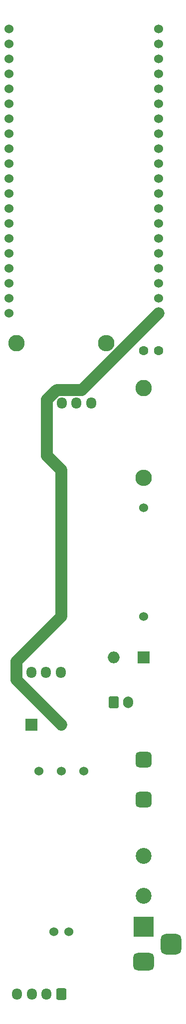
<source format=gbl>
%TF.GenerationSoftware,KiCad,Pcbnew,7.0.11-2.fc39*%
%TF.CreationDate,2024-04-23T12:03:01+00:00*%
%TF.ProjectId,Smart Prusa MK4 enclosure,536d6172-7420-4507-9275-7361204d4b34,1.2*%
%TF.SameCoordinates,Original*%
%TF.FileFunction,Copper,L2,Bot*%
%TF.FilePolarity,Positive*%
%FSLAX46Y46*%
G04 Gerber Fmt 4.6, Leading zero omitted, Abs format (unit mm)*
G04 Created by KiCad (PCBNEW 7.0.11-2.fc39) date 2024-04-23 12:03:01*
%MOMM*%
%LPD*%
G01*
G04 APERTURE LIST*
G04 Aperture macros list*
%AMRoundRect*
0 Rectangle with rounded corners*
0 $1 Rounding radius*
0 $2 $3 $4 $5 $6 $7 $8 $9 X,Y pos of 4 corners*
0 Add a 4 corners polygon primitive as box body*
4,1,4,$2,$3,$4,$5,$6,$7,$8,$9,$2,$3,0*
0 Add four circle primitives for the rounded corners*
1,1,$1+$1,$2,$3*
1,1,$1+$1,$4,$5*
1,1,$1+$1,$6,$7*
1,1,$1+$1,$8,$9*
0 Add four rect primitives between the rounded corners*
20,1,$1+$1,$2,$3,$4,$5,0*
20,1,$1+$1,$4,$5,$6,$7,0*
20,1,$1+$1,$6,$7,$8,$9,0*
20,1,$1+$1,$8,$9,$2,$3,0*%
G04 Aperture macros list end*
%TA.AperFunction,ComponentPad*%
%ADD10C,2.800000*%
%TD*%
%TA.AperFunction,ComponentPad*%
%ADD11O,2.800000X2.800000*%
%TD*%
%TA.AperFunction,ComponentPad*%
%ADD12RoundRect,0.250000X-0.600000X-0.725000X0.600000X-0.725000X0.600000X0.725000X-0.600000X0.725000X0*%
%TD*%
%TA.AperFunction,ComponentPad*%
%ADD13O,1.700000X1.950000*%
%TD*%
%TA.AperFunction,ComponentPad*%
%ADD14RoundRect,0.675000X-0.675000X0.675000X-0.675000X-0.675000X0.675000X-0.675000X0.675000X0.675000X0*%
%TD*%
%TA.AperFunction,ComponentPad*%
%ADD15C,2.700000*%
%TD*%
%TA.AperFunction,ComponentPad*%
%ADD16C,1.524000*%
%TD*%
%TA.AperFunction,ComponentPad*%
%ADD17R,3.500000X3.500000*%
%TD*%
%TA.AperFunction,ComponentPad*%
%ADD18RoundRect,0.750000X1.000000X-0.750000X1.000000X0.750000X-1.000000X0.750000X-1.000000X-0.750000X0*%
%TD*%
%TA.AperFunction,ComponentPad*%
%ADD19RoundRect,0.875000X0.875000X-0.875000X0.875000X0.875000X-0.875000X0.875000X-0.875000X-0.875000X0*%
%TD*%
%TA.AperFunction,ComponentPad*%
%ADD20O,2.000000X2.000000*%
%TD*%
%TA.AperFunction,ComponentPad*%
%ADD21R,2.000000X2.000000*%
%TD*%
%TA.AperFunction,ComponentPad*%
%ADD22RoundRect,0.250000X0.600000X0.725000X-0.600000X0.725000X-0.600000X-0.725000X0.600000X-0.725000X0*%
%TD*%
%TA.AperFunction,ComponentPad*%
%ADD23RoundRect,0.250000X-0.600000X-0.750000X0.600000X-0.750000X0.600000X0.750000X-0.600000X0.750000X0*%
%TD*%
%TA.AperFunction,ComponentPad*%
%ADD24O,1.700000X2.000000*%
%TD*%
%TA.AperFunction,ComponentPad*%
%ADD25C,1.600000*%
%TD*%
%TA.AperFunction,Conductor*%
%ADD26C,2.000000*%
%TD*%
G04 APERTURE END LIST*
D10*
%TO.P,R2,1*%
%TO.N,fan_pwm_filtered*%
X48260000Y-83820000D03*
D11*
%TO.P,R2,2*%
%TO.N,fan_pwm*%
X48260000Y-99060000D03*
%TD*%
D12*
%TO.P,SENSOCKET1,1*%
%TO.N,GND*%
X31870000Y-86360000D03*
D13*
%TO.P,SENSOCKET1,2*%
%TO.N,+3.3V*%
X34370000Y-86360000D03*
%TO.P,SENSOCKET1,3*%
%TO.N,Net-(U1-GPIO40{slash}MTDO)*%
X36870000Y-86360000D03*
%TO.P,SENSOCKET1,4*%
%TO.N,Net-(U1-GPIO39{slash}MTCK)*%
X39370000Y-86360000D03*
%TD*%
D14*
%TO.P,F1,1*%
%TO.N,+24V*%
X48260000Y-146910000D03*
X48260000Y-153670000D03*
D15*
%TO.P,F1,2*%
%TO.N,Net-(F1-Pad2)*%
X48260000Y-163260000D03*
X48260000Y-170020000D03*
%TD*%
D16*
%TO.P,MOSLED1,5,GND*%
%TO.N,GND*%
X33020000Y-176160000D03*
%TO.P,MOSLED1,4,PWM*%
%TO.N,Net-(MOSLED1-PWM)*%
X35560000Y-176160000D03*
%TO.P,MOSLED1,3,-*%
%TO.N,GND*%
X30480000Y-148860000D03*
%TO.P,MOSLED1,2,LOAD*%
%TO.N,VDD*%
X34290000Y-148860000D03*
%TO.P,MOSLED1,1,+*%
%TO.N,+24V*%
X38100000Y-148860000D03*
%TD*%
D17*
%TO.P,J1,1*%
%TO.N,Net-(F1-Pad2)*%
X48260000Y-175260000D03*
D18*
%TO.P,J1,2*%
%TO.N,GND*%
X48260000Y-181260000D03*
D19*
%TO.P,J1,3*%
%TO.N,N/C*%
X52960000Y-178260000D03*
%TD*%
D12*
%TO.P,FANSOCKET1,1*%
%TO.N,GND*%
X26710000Y-132080000D03*
D13*
%TO.P,FANSOCKET1,2*%
%TO.N,+24V*%
X29210000Y-132080000D03*
%TO.P,FANSOCKET1,3*%
%TO.N,pulse_counter*%
X31710000Y-132080000D03*
%TO.P,FANSOCKET1,4*%
%TO.N,fan_pwm*%
X34210000Y-132080000D03*
%TD*%
D20*
%TO.P,S1,2,A*%
%TO.N,VDD*%
X43180000Y-129540000D03*
D21*
%TO.P,S1,1,K*%
%TO.N,+24V*%
X48260000Y-129540000D03*
%TD*%
D10*
%TO.P,R1,1*%
%TO.N,pulse_counter*%
X26670000Y-76200000D03*
D11*
%TO.P,R1,2*%
%TO.N,+3.3V*%
X41910000Y-76200000D03*
%TD*%
D22*
%TO.P,CPSOCKET1,1*%
%TO.N,GND*%
X34290000Y-186690000D03*
D13*
%TO.P,CPSOCKET1,2*%
%TO.N,filt_toggle*%
X31790000Y-186690000D03*
%TO.P,CPSOCKET1,3*%
%TO.N,GND*%
X29290000Y-186690000D03*
%TO.P,CPSOCKET1,4*%
%TO.N,led_toggle*%
X26790000Y-186690000D03*
%TD*%
D23*
%TO.P,LEDSOCKET1,1*%
%TO.N,VDD*%
X43180000Y-137160000D03*
D24*
%TO.P,LEDSOCKET1,2*%
%TO.N,+24V*%
X45680000Y-137160000D03*
%TD*%
D25*
%TO.P,C1,1*%
%TO.N,fan_pwm_filtered*%
X48300000Y-77470000D03*
%TO.P,C1,2*%
%TO.N,fan_pwm*%
X50800000Y-77470000D03*
%TD*%
D20*
%TO.P,S2,2,A*%
%TO.N,GND*%
X34290000Y-140970000D03*
D21*
%TO.P,S2,1,K*%
%TO.N,+24V*%
X29210000Y-140970000D03*
%TD*%
D16*
%TO.P,U1,-1*%
%TO.N,N/C*%
X25400000Y-25400000D03*
%TO.P,U1,2,3V3*%
%TO.N,+3.3V*%
X25400000Y-22860000D03*
%TO.P,U1,4,GPIO4/ADC1_CH3*%
%TO.N,unconnected-(U1-GPIO4{slash}ADC1_CH3-Pad4)*%
X25400000Y-27940000D03*
%TO.P,U1,5,GPIO5/ADC1_CH4*%
%TO.N,unconnected-(U1-GPIO5{slash}ADC1_CH4-Pad5)*%
X25400000Y-30480000D03*
%TO.P,U1,6,GPIO6/ADC1_CH5*%
%TO.N,unconnected-(U1-GPIO6{slash}ADC1_CH5-Pad6)*%
X25400000Y-33020000D03*
%TO.P,U1,7,GPIO7/ADC1_CH6*%
%TO.N,unconnected-(U1-GPIO7{slash}ADC1_CH6-Pad7)*%
X25400000Y-35560000D03*
%TO.P,U1,8,GPIO15/ADC2_CH4/32K_P*%
%TO.N,unconnected-(U1-GPIO15{slash}ADC2_CH4{slash}32K_P-Pad8)*%
X25400000Y-38100000D03*
%TO.P,U1,9,GPIO16/ADC2_CH5/32K_N*%
%TO.N,unconnected-(U1-GPIO16{slash}ADC2_CH5{slash}32K_N-Pad9)*%
X25400000Y-40640000D03*
%TO.P,U1,10,GPIO17/ADC2_CH6*%
%TO.N,unconnected-(U1-GPIO17{slash}ADC2_CH6-Pad10)*%
X25400000Y-43180000D03*
%TO.P,U1,11,GPIO18/ADC2_CH7*%
%TO.N,unconnected-(U1-GPIO18{slash}ADC2_CH7-Pad11)*%
X25400000Y-45720000D03*
%TO.P,U1,12,GPIO8/ADC1_CH7*%
%TO.N,unconnected-(U1-GPIO8{slash}ADC1_CH7-Pad12)*%
X25400000Y-48260000D03*
%TO.P,U1,13,GPIO3/ADC1_CH2*%
%TO.N,unconnected-(U1-GPIO3{slash}ADC1_CH2-Pad13)*%
X25400000Y-50800000D03*
%TO.P,U1,14,GPIO46*%
%TO.N,unconnected-(U1-GPIO46-Pad14)*%
X25400000Y-53340000D03*
%TO.P,U1,15,GPIO9/ADC1_CH8*%
%TO.N,unconnected-(U1-GPIO9{slash}ADC1_CH8-Pad15)*%
X25400000Y-55880000D03*
%TO.P,U1,16,GPIO10/ADC1_CH9*%
%TO.N,unconnected-(U1-GPIO10{slash}ADC1_CH9-Pad16)*%
X25400000Y-58420000D03*
%TO.P,U1,17,GPIO11/ADC2_CH0*%
%TO.N,unconnected-(U1-GPIO11{slash}ADC2_CH0-Pad17)*%
X25400000Y-60960000D03*
%TO.P,U1,18,GPIO12/ADC2_CH1*%
%TO.N,unconnected-(U1-GPIO12{slash}ADC2_CH1-Pad18)*%
X25400000Y-63500000D03*
%TO.P,U1,19,GPIO13/ADC2_CH2*%
%TO.N,unconnected-(U1-GPIO13{slash}ADC2_CH2-Pad19)*%
X25400000Y-66040000D03*
%TO.P,U1,20,GPIO14/ADC2_CH3*%
%TO.N,pulse_counter*%
X25400000Y-68580000D03*
%TO.P,U1,21,5V*%
%TO.N,unconnected-(U1-5V-Pad21)*%
X25400000Y-71120000D03*
%TO.P,U1,25,GPIO19/USB_D-*%
%TO.N,unconnected-(U1-GPIO19{slash}USB_D--Pad25)*%
X50800000Y-68580000D03*
%TO.P,U1,26,GPIO20/USB_D+*%
%TO.N,unconnected-(U1-GPIO20{slash}USB_D+-Pad26)*%
X50800000Y-66040000D03*
%TO.P,U1,27,GPIO21*%
%TO.N,fan_pwm_filtered*%
X50800000Y-63500000D03*
%TO.P,U1,28,GPIO47*%
%TO.N,Net-(MOSLED1-PWM)*%
X50800000Y-60960000D03*
%TO.P,U1,29,GPIO48*%
%TO.N,unconnected-(U1-GPIO48-Pad29)*%
X50800000Y-58420000D03*
%TO.P,U1,30,GPIO45*%
%TO.N,unconnected-(U1-GPIO45-Pad30)*%
X50800000Y-55880000D03*
%TO.P,U1,31,GPIO0*%
%TO.N,unconnected-(U1-GPIO0-Pad31)*%
X50800000Y-53340000D03*
%TO.P,U1,32,GPIO35*%
%TO.N,unconnected-(U1-GPIO35-Pad32)*%
X50800000Y-50800000D03*
%TO.P,U1,33,GPIO36*%
%TO.N,unconnected-(U1-GPIO36-Pad33)*%
X50800000Y-48260000D03*
%TO.P,U1,34,GPIO37*%
%TO.N,unconnected-(U1-GPIO37-Pad34)*%
X50800000Y-45720000D03*
%TO.P,U1,35,GPIO38*%
%TO.N,unconnected-(U1-GPIO38-Pad35)*%
X50800000Y-43180000D03*
%TO.P,U1,36,GPIO39/MTCK*%
%TO.N,Net-(U1-GPIO39{slash}MTCK)*%
X50800000Y-40640000D03*
%TO.P,U1,37,GPIO40/MTDO*%
%TO.N,Net-(U1-GPIO40{slash}MTDO)*%
X50800000Y-38100000D03*
%TO.P,U1,38,GPIO41/MTDI*%
%TO.N,unconnected-(U1-GPIO41{slash}MTDI-Pad38)*%
X50800000Y-35560000D03*
%TO.P,U1,39,GPIO42/MTMS*%
%TO.N,unconnected-(U1-GPIO42{slash}MTMS-Pad39)*%
X50800000Y-33020000D03*
%TO.P,U1,40,GPIO2/ADC1_CH1*%
%TO.N,unconnected-(U1-GPIO2{slash}ADC1_CH1-Pad40)*%
X50800000Y-30480000D03*
%TO.P,U1,41,GPIO1/ADC1_CH0*%
%TO.N,unconnected-(U1-GPIO1{slash}ADC1_CH0-Pad41)*%
X50800000Y-27940000D03*
%TO.P,U1,42,GPIO44/U0RXD*%
%TO.N,filt_toggle*%
X50800000Y-25400000D03*
%TO.P,U1,43,GPIO43/U0TXD*%
%TO.N,led_toggle*%
X50800000Y-22860000D03*
%TO.P,U1,44,GND*%
%TO.N,GND*%
X50800000Y-71120000D03*
%TD*%
%TO.P,P1,1,IN*%
%TO.N,+24V*%
X48260000Y-122640000D03*
%TO.P,P1,2,GND*%
%TO.N,GND*%
X34260000Y-122640000D03*
X34260000Y-104140000D03*
%TO.P,P1,3,OUT*%
%TO.N,+3.3V*%
X48260000Y-104140000D03*
%TD*%
D26*
%TO.N,GND*%
X31870000Y-95370000D02*
X31870000Y-85835862D01*
X37735000Y-84185000D02*
X50800000Y-71120000D01*
X26670000Y-133350000D02*
X26670000Y-130230000D01*
X34260000Y-122640000D02*
X34260000Y-97760000D01*
X34290000Y-140970000D02*
X26670000Y-133350000D01*
X31870000Y-85835862D02*
X33520862Y-84185000D01*
X26670000Y-130230000D02*
X34260000Y-122640000D01*
X34260000Y-97760000D02*
X31870000Y-95370000D01*
X33520862Y-84185000D02*
X37735000Y-84185000D01*
%TD*%
M02*

</source>
